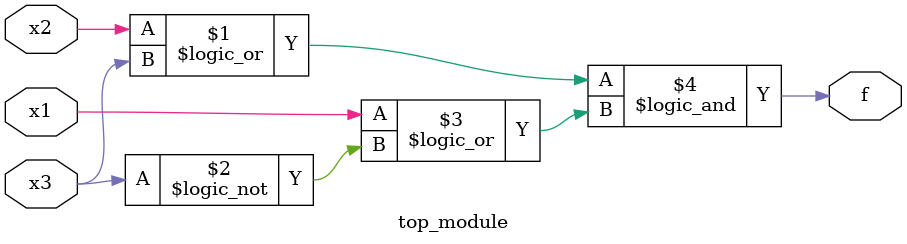
<source format=v>
module top_module(
    input x3,
    input x2,
    input x1,  // three inputs
    output f   // one output
);
    assign f = (x2 || x3) && (x1 || !x3);
endmodule

</source>
